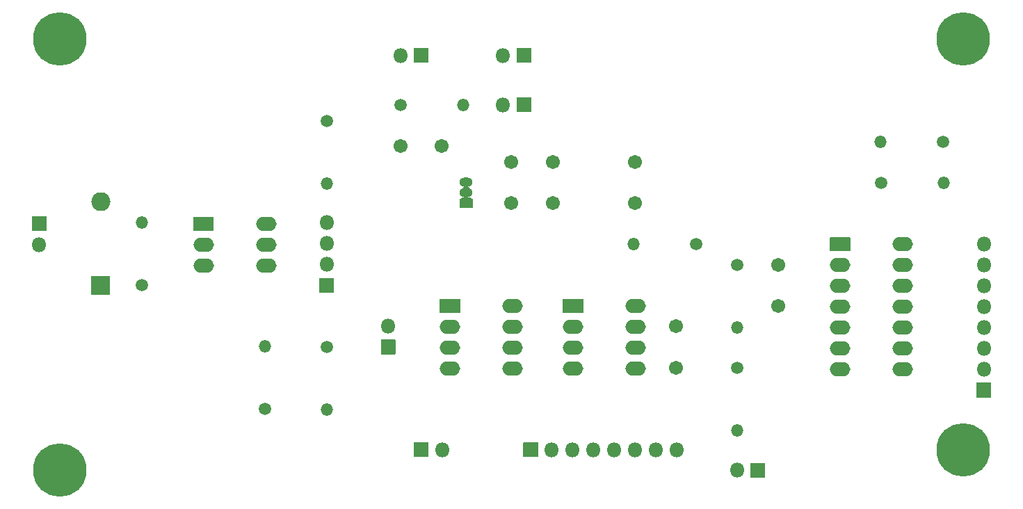
<source format=gbr>
G04 #@! TF.GenerationSoftware,KiCad,Pcbnew,(5.1.9)-1*
G04 #@! TF.CreationDate,2021-05-02T21:25:52+02:00*
G04 #@! TF.ProjectId,usb_pcb,7573625f-7063-4622-9e6b-696361645f70,0*
G04 #@! TF.SameCoordinates,Original*
G04 #@! TF.FileFunction,Soldermask,Bot*
G04 #@! TF.FilePolarity,Negative*
%FSLAX46Y46*%
G04 Gerber Fmt 4.6, Leading zero omitted, Abs format (unit mm)*
G04 Created by KiCad (PCBNEW (5.1.9)-1) date 2021-05-02 21:25:52*
%MOMM*%
%LPD*%
G01*
G04 APERTURE LIST*
%ADD10C,0.902000*%
%ADD11C,6.502000*%
%ADD12O,1.802000X1.802000*%
%ADD13O,1.502000X1.502000*%
%ADD14C,1.502000*%
%ADD15O,1.602000X1.152000*%
%ADD16O,2.302000X2.302000*%
%ADD17C,1.702000*%
%ADD18O,2.502000X1.702000*%
%ADD19C,0.100000*%
G04 APERTURE END LIST*
D10*
X59197056Y-100802944D03*
X57500000Y-100100000D03*
X55802944Y-100802944D03*
X55100000Y-102500000D03*
X55802944Y-104197056D03*
X57500000Y-104900000D03*
X59197056Y-104197056D03*
X59900000Y-102500000D03*
D11*
X57500000Y-102500000D03*
D10*
X59197056Y-48302944D03*
X57500000Y-47600000D03*
X55802944Y-48302944D03*
X55100000Y-50000000D03*
X55802944Y-51697056D03*
X57500000Y-52400000D03*
X59197056Y-51697056D03*
X59900000Y-50000000D03*
D11*
X57500000Y-50000000D03*
D10*
X169197056Y-98302944D03*
X167500000Y-97600000D03*
X165802944Y-98302944D03*
X165100000Y-100000000D03*
X165802944Y-101697056D03*
X167500000Y-102400000D03*
X169197056Y-101697056D03*
X169900000Y-100000000D03*
D11*
X167500000Y-100000000D03*
D10*
X169197056Y-48302944D03*
X167500000Y-47600000D03*
X165802944Y-48302944D03*
X165100000Y-50000000D03*
X165802944Y-51697056D03*
X167500000Y-52400000D03*
X169197056Y-51697056D03*
X169900000Y-50000000D03*
D11*
X167500000Y-50000000D03*
D12*
X90000000Y-72380000D03*
X90000000Y-74920000D03*
X90000000Y-77460000D03*
G36*
G01*
X90901000Y-79150000D02*
X90901000Y-80850000D01*
G75*
G02*
X90850000Y-80901000I-51000J0D01*
G01*
X89150000Y-80901000D01*
G75*
G02*
X89099000Y-80850000I0J51000D01*
G01*
X89099000Y-79150000D01*
G75*
G02*
X89150000Y-79099000I51000J0D01*
G01*
X90850000Y-79099000D01*
G75*
G02*
X90901000Y-79150000I0J-51000D01*
G01*
G37*
X170000000Y-74960000D03*
X170000000Y-77500000D03*
X170000000Y-80040000D03*
X170000000Y-82580000D03*
X170000000Y-85120000D03*
X170000000Y-87660000D03*
X170000000Y-90200000D03*
G36*
G01*
X170901000Y-91890000D02*
X170901000Y-93590000D01*
G75*
G02*
X170850000Y-93641000I-51000J0D01*
G01*
X169150000Y-93641000D01*
G75*
G02*
X169099000Y-93590000I0J51000D01*
G01*
X169099000Y-91890000D01*
G75*
G02*
X169150000Y-91839000I51000J0D01*
G01*
X170850000Y-91839000D01*
G75*
G02*
X170901000Y-91890000I0J-51000D01*
G01*
G37*
X132620000Y-100000000D03*
X130080000Y-100000000D03*
X127540000Y-100000000D03*
X125000000Y-100000000D03*
X122460000Y-100000000D03*
X119920000Y-100000000D03*
X117380000Y-100000000D03*
G36*
G01*
X115690000Y-100901000D02*
X113990000Y-100901000D01*
G75*
G02*
X113939000Y-100850000I0J51000D01*
G01*
X113939000Y-99150000D01*
G75*
G02*
X113990000Y-99099000I51000J0D01*
G01*
X115690000Y-99099000D01*
G75*
G02*
X115741000Y-99150000I0J-51000D01*
G01*
X115741000Y-100850000D01*
G75*
G02*
X115690000Y-100901000I-51000J0D01*
G01*
G37*
D13*
X106620000Y-58000000D03*
D14*
X99000000Y-58000000D03*
D12*
X98960000Y-52000000D03*
G36*
G01*
X100650000Y-51099000D02*
X102350000Y-51099000D01*
G75*
G02*
X102401000Y-51150000I0J-51000D01*
G01*
X102401000Y-52850000D01*
G75*
G02*
X102350000Y-52901000I-51000J0D01*
G01*
X100650000Y-52901000D01*
G75*
G02*
X100599000Y-52850000I0J51000D01*
G01*
X100599000Y-51150000D01*
G75*
G02*
X100650000Y-51099000I51000J0D01*
G01*
G37*
X111460000Y-58000000D03*
G36*
G01*
X113150000Y-57099000D02*
X114850000Y-57099000D01*
G75*
G02*
X114901000Y-57150000I0J-51000D01*
G01*
X114901000Y-58850000D01*
G75*
G02*
X114850000Y-58901000I-51000J0D01*
G01*
X113150000Y-58901000D01*
G75*
G02*
X113099000Y-58850000I0J51000D01*
G01*
X113099000Y-57150000D01*
G75*
G02*
X113150000Y-57099000I51000J0D01*
G01*
G37*
X111460000Y-52000000D03*
G36*
G01*
X113150000Y-51099000D02*
X114850000Y-51099000D01*
G75*
G02*
X114901000Y-51150000I0J-51000D01*
G01*
X114901000Y-52850000D01*
G75*
G02*
X114850000Y-52901000I-51000J0D01*
G01*
X113150000Y-52901000D01*
G75*
G02*
X113099000Y-52850000I0J51000D01*
G01*
X113099000Y-51150000D01*
G75*
G02*
X113150000Y-51099000I51000J0D01*
G01*
G37*
X139960000Y-102500000D03*
G36*
G01*
X141650000Y-101599000D02*
X143350000Y-101599000D01*
G75*
G02*
X143401000Y-101650000I0J-51000D01*
G01*
X143401000Y-103350000D01*
G75*
G02*
X143350000Y-103401000I-51000J0D01*
G01*
X141650000Y-103401000D01*
G75*
G02*
X141599000Y-103350000I0J51000D01*
G01*
X141599000Y-101650000D01*
G75*
G02*
X141650000Y-101599000I51000J0D01*
G01*
G37*
X97500000Y-84960000D03*
G36*
G01*
X98401000Y-86650000D02*
X98401000Y-88350000D01*
G75*
G02*
X98350000Y-88401000I-51000J0D01*
G01*
X96650000Y-88401000D01*
G75*
G02*
X96599000Y-88350000I0J51000D01*
G01*
X96599000Y-86650000D01*
G75*
G02*
X96650000Y-86599000I51000J0D01*
G01*
X98350000Y-86599000D01*
G75*
G02*
X98401000Y-86650000I0J-51000D01*
G01*
G37*
X104040000Y-100000000D03*
G36*
G01*
X102350000Y-100901000D02*
X100650000Y-100901000D01*
G75*
G02*
X100599000Y-100850000I0J51000D01*
G01*
X100599000Y-99150000D01*
G75*
G02*
X100650000Y-99099000I51000J0D01*
G01*
X102350000Y-99099000D01*
G75*
G02*
X102401000Y-99150000I0J-51000D01*
G01*
X102401000Y-100850000D01*
G75*
G02*
X102350000Y-100901000I-51000J0D01*
G01*
G37*
X55000000Y-75040000D03*
G36*
G01*
X54099000Y-73350000D02*
X54099000Y-71650000D01*
G75*
G02*
X54150000Y-71599000I51000J0D01*
G01*
X55850000Y-71599000D01*
G75*
G02*
X55901000Y-71650000I0J-51000D01*
G01*
X55901000Y-73350000D01*
G75*
G02*
X55850000Y-73401000I-51000J0D01*
G01*
X54150000Y-73401000D01*
G75*
G02*
X54099000Y-73350000I0J51000D01*
G01*
G37*
G36*
G01*
X107750000Y-70576000D02*
X106250000Y-70576000D01*
G75*
G02*
X106199000Y-70525000I0J51000D01*
G01*
X106199000Y-69475000D01*
G75*
G02*
X106250000Y-69424000I51000J0D01*
G01*
X107750000Y-69424000D01*
G75*
G02*
X107801000Y-69475000I0J-51000D01*
G01*
X107801000Y-70525000D01*
G75*
G02*
X107750000Y-70576000I-51000J0D01*
G01*
G37*
D15*
X107000000Y-67460000D03*
X107000000Y-68730000D03*
D13*
X165120000Y-67500000D03*
D14*
X157500000Y-67500000D03*
D13*
X157380000Y-62500000D03*
D14*
X165000000Y-62500000D03*
D13*
X67500000Y-72380000D03*
D14*
X67500000Y-80000000D03*
D16*
X62500000Y-69840000D03*
G36*
G01*
X63600000Y-81151000D02*
X61400000Y-81151000D01*
G75*
G02*
X61349000Y-81100000I0J51000D01*
G01*
X61349000Y-78900000D01*
G75*
G02*
X61400000Y-78849000I51000J0D01*
G01*
X63600000Y-78849000D01*
G75*
G02*
X63651000Y-78900000I0J-51000D01*
G01*
X63651000Y-81100000D01*
G75*
G02*
X63600000Y-81151000I-51000J0D01*
G01*
G37*
D17*
X99000000Y-63000000D03*
X104000000Y-63000000D03*
D18*
X160120000Y-75000000D03*
X152500000Y-90240000D03*
X160120000Y-77540000D03*
X152500000Y-87700000D03*
X160120000Y-80080000D03*
X152500000Y-85160000D03*
X160120000Y-82620000D03*
X152500000Y-82620000D03*
X160120000Y-85160000D03*
X152500000Y-80080000D03*
X160120000Y-87700000D03*
X152500000Y-77540000D03*
X160120000Y-90240000D03*
G36*
G01*
X151249000Y-75800000D02*
X151249000Y-74200000D01*
G75*
G02*
X151300000Y-74149000I51000J0D01*
G01*
X153700000Y-74149000D01*
G75*
G02*
X153751000Y-74200000I0J-51000D01*
G01*
X153751000Y-75800000D01*
G75*
G02*
X153700000Y-75851000I-51000J0D01*
G01*
X151300000Y-75851000D01*
G75*
G02*
X151249000Y-75800000I0J51000D01*
G01*
G37*
X112620000Y-82500000D03*
X105000000Y-90120000D03*
X112620000Y-85040000D03*
X105000000Y-87580000D03*
X112620000Y-87580000D03*
X105000000Y-85040000D03*
X112620000Y-90120000D03*
G36*
G01*
X103749000Y-83300000D02*
X103749000Y-81700000D01*
G75*
G02*
X103800000Y-81649000I51000J0D01*
G01*
X106200000Y-81649000D01*
G75*
G02*
X106251000Y-81700000I0J-51000D01*
G01*
X106251000Y-83300000D01*
G75*
G02*
X106200000Y-83351000I-51000J0D01*
G01*
X103800000Y-83351000D01*
G75*
G02*
X103749000Y-83300000I0J51000D01*
G01*
G37*
X82620000Y-72500000D03*
X75000000Y-77580000D03*
X82620000Y-75040000D03*
X75000000Y-75040000D03*
X82620000Y-77580000D03*
G36*
G01*
X73749000Y-73300000D02*
X73749000Y-71700000D01*
G75*
G02*
X73800000Y-71649000I51000J0D01*
G01*
X76200000Y-71649000D01*
G75*
G02*
X76251000Y-71700000I0J-51000D01*
G01*
X76251000Y-73300000D01*
G75*
G02*
X76200000Y-73351000I-51000J0D01*
G01*
X73800000Y-73351000D01*
G75*
G02*
X73749000Y-73300000I0J51000D01*
G01*
G37*
X127620000Y-82500000D03*
X120000000Y-90120000D03*
X127620000Y-85040000D03*
X120000000Y-87580000D03*
X127620000Y-87580000D03*
X120000000Y-85040000D03*
X127620000Y-90120000D03*
G36*
G01*
X118749000Y-83300000D02*
X118749000Y-81700000D01*
G75*
G02*
X118800000Y-81649000I51000J0D01*
G01*
X121200000Y-81649000D01*
G75*
G02*
X121251000Y-81700000I0J-51000D01*
G01*
X121251000Y-83300000D01*
G75*
G02*
X121200000Y-83351000I-51000J0D01*
G01*
X118800000Y-83351000D01*
G75*
G02*
X118749000Y-83300000I0J51000D01*
G01*
G37*
D13*
X90000000Y-95120000D03*
D14*
X90000000Y-87500000D03*
D13*
X90000000Y-67620000D03*
D14*
X90000000Y-60000000D03*
D13*
X140000000Y-85120000D03*
D14*
X140000000Y-77500000D03*
D13*
X82500000Y-87380000D03*
D14*
X82500000Y-95000000D03*
D13*
X127380000Y-75000000D03*
D14*
X135000000Y-75000000D03*
D13*
X140000000Y-97620000D03*
D14*
X140000000Y-90000000D03*
D17*
X117500000Y-65000000D03*
X117500000Y-70000000D03*
X112500000Y-65000000D03*
X112500000Y-70000000D03*
X127500000Y-65000000D03*
X127500000Y-70000000D03*
X145000000Y-82500000D03*
X145000000Y-77500000D03*
X132500000Y-85000000D03*
X132500000Y-90000000D03*
D19*
G36*
X107549674Y-69206390D02*
G01*
X107549115Y-69208130D01*
X107536269Y-69220976D01*
X107522874Y-69241024D01*
X107513647Y-69263297D01*
X107508943Y-69286948D01*
X107508943Y-69311054D01*
X107513647Y-69334704D01*
X107522874Y-69356978D01*
X107536268Y-69377025D01*
X107553315Y-69394072D01*
X107573363Y-69407467D01*
X107595636Y-69416694D01*
X107619333Y-69421407D01*
X107631438Y-69422002D01*
X107633119Y-69423086D01*
X107633021Y-69425084D01*
X107631340Y-69426000D01*
X106368660Y-69426000D01*
X106366928Y-69425000D01*
X106366928Y-69423000D01*
X106368464Y-69422010D01*
X106392651Y-69419628D01*
X106415726Y-69412628D01*
X106436990Y-69401263D01*
X106455627Y-69385968D01*
X106470922Y-69367331D01*
X106482287Y-69346067D01*
X106489287Y-69322992D01*
X106491650Y-69299001D01*
X106489287Y-69275010D01*
X106482287Y-69251935D01*
X106470922Y-69230671D01*
X106455595Y-69211995D01*
X106454123Y-69210661D01*
X106453511Y-69208757D01*
X106454854Y-69207275D01*
X106456409Y-69207415D01*
X106555343Y-69260298D01*
X106663023Y-69292962D01*
X106775094Y-69304000D01*
X107224906Y-69304000D01*
X107336977Y-69292962D01*
X107444657Y-69260298D01*
X107543892Y-69207255D01*
X107546432Y-69205170D01*
X107548406Y-69204844D01*
X107549674Y-69206390D01*
G37*
G36*
X106548067Y-67986409D02*
G01*
X106555343Y-67990298D01*
X106663023Y-68022962D01*
X106775094Y-68034000D01*
X107224906Y-68034000D01*
X107336977Y-68022962D01*
X107444657Y-67990298D01*
X107451933Y-67986409D01*
X107453932Y-67986475D01*
X107454875Y-67988238D01*
X107453987Y-67989836D01*
X107438882Y-67999929D01*
X107421835Y-68016976D01*
X107408440Y-68037024D01*
X107399214Y-68059298D01*
X107394510Y-68082948D01*
X107394510Y-68107054D01*
X107399215Y-68130704D01*
X107408441Y-68152978D01*
X107421836Y-68173025D01*
X107438883Y-68190072D01*
X107453987Y-68200164D01*
X107454872Y-68201958D01*
X107453761Y-68203621D01*
X107451933Y-68203591D01*
X107444657Y-68199702D01*
X107336977Y-68167038D01*
X107224906Y-68156000D01*
X106775094Y-68156000D01*
X106663023Y-68167038D01*
X106555343Y-68199702D01*
X106548067Y-68203591D01*
X106546068Y-68203525D01*
X106545125Y-68201762D01*
X106546013Y-68200164D01*
X106561118Y-68190071D01*
X106578165Y-68173024D01*
X106591560Y-68152976D01*
X106600786Y-68130702D01*
X106605490Y-68107052D01*
X106605490Y-68082946D01*
X106600785Y-68059296D01*
X106591559Y-68037022D01*
X106578164Y-68016975D01*
X106561117Y-67999928D01*
X106546013Y-67989836D01*
X106545128Y-67988042D01*
X106546239Y-67986379D01*
X106548067Y-67986409D01*
G37*
M02*

</source>
